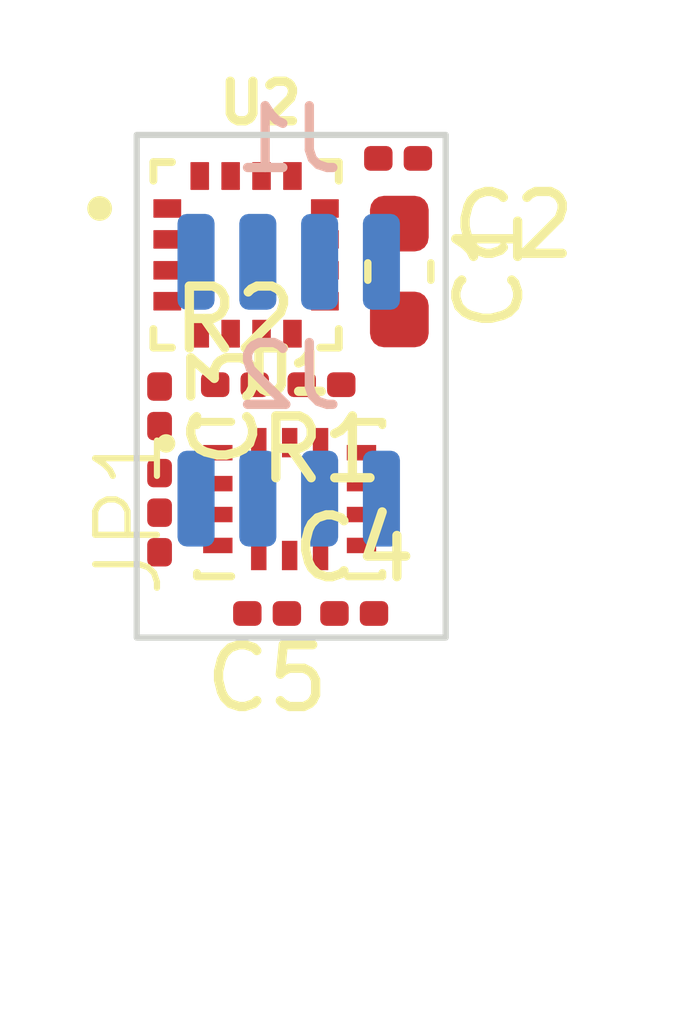
<source format=kicad_pcb>
(kicad_pcb (version 20221018) (generator pcbnew)
  (layers (0 "F.Cu" signal) (31 "B.Cu" signal) (34 "B.Paste" user) (35 "F.Paste" user) (36 "B.SilkS" user "B.Silkscreen") (37 "F.SilkS" user "F.Silkscreen") (38 "B.Mask" user) (39 "F.Mask" user) (44 "Edge.Cuts" user))
  (net 0 "")
  (net 1 "Net-(U2-C1)")
  (net 2 "GND")
  (net 3 "Net-(U2-SETP)")
  (net 4 "Net-(U2-SETC)")
  (net 5 "+3.3V")
  (net 6 "SDA")
  (net 7 "SCL")
  (net 8 "Net-(JP1-C)")
  (net 9 "ASDX")
  (net 10 "ASCX")
  (footprint "Capacitor_SMD:C_0201_0603Metric" (layer "F.Cu") (at 128.64 88.7)
    (fp_text reference "C4" (at 0 -1.05) (layer "F.SilkS"))
    (fp_text value "100n")
    (pad "1" smd roundrect (at -0.32 0) (size 0.46 0.4) (layers "F.Cu" "F.Mask") (net 2 "GND"))
    (pad "2" smd roundrect (at 0.32 0) (size 0.46 0.4) (layers "F.Cu" "F.Mask") (net 5 "+3.3V"))
  )
  (footprint "footprints:XDCR_HMC5883L-TR" (layer "F.Cu") (at 126.89 82.9)
    (fp_text reference "U2" (at 0.232 -2.4564) (layer "F.SilkS") (effects (font (size 0.64 0.64))))
    (fp_text value "QMC5883L")
    (fp_line (start -1.5 -1.5) (end -1.2 -1.5) (stroke (width 0.127)) (layer "F.SilkS"))
    (fp_line (start -1.5 -1.2) (end -1.5 -1.5) (stroke (width 0.127)) (layer "F.SilkS"))
    (fp_line (start -1.5 1.5) (end -1.5 1.2) (stroke (width 0.127)) (layer "F.SilkS"))
    (fp_line (start -1.2 1.5) (end -1.5 1.5) (stroke (width 0.127)) (layer "F.SilkS"))
    (fp_line (start 1.2 -1.5) (end 1.5 -1.5) (stroke (width 0.127)) (layer "F.SilkS"))
    (fp_line (start 1.5 -1.5) (end 1.5 -1.2) (stroke (width 0.127)) (layer "F.SilkS"))
    (fp_line (start 1.5 1.2) (end 1.5 1.5) (stroke (width 0.127)) (layer "F.SilkS"))
    (fp_line (start 1.5 1.5) (end 1.2 1.5) (stroke (width 0.127)) (layer "F.SilkS"))
    (fp_circle (center -2.37 -0.75) (end -2.27 -0.75) (stroke (width 0.2)) (fill none) (layer "F.SilkS"))
    (pad "1" smd roundrect (at -1.275 -0.75) (size 0.45 0.3) (layers "F.Cu" "F.Paste" "F.Mask") (roundrect_rratio 0.03) (net 10 "ASCX"))
    (pad "2" smd roundrect (at -1.275 -0.25) (size 0.45 0.3) (layers "F.Cu" "F.Paste" "F.Mask") (roundrect_rratio 0.03) (net 5 "+3.3V"))
    (pad "3" smd roundrect (at -1.275 0.25) (size 0.45 0.3) (layers "F.Cu" "F.Paste" "F.Mask") (roundrect_rratio 0.03))
    (pad "4" smd roundrect (at -1.275 0.75) (size 0.45 0.3) (layers "F.Cu" "F.Paste" "F.Mask") (roundrect_rratio 0.03) (net 5 "+3.3V"))
    (pad "5" smd roundrect (at -0.75 1.275 90) (size 0.45 0.3) (layers "F.Cu" "F.Paste" "F.Mask") (roundrect_rratio 0.03))
    (pad "6" smd roundrect (at -0.25 1.275 90) (size 0.45 0.3) (layers "F.Cu" "F.Paste" "F.Mask") (roundrect_rratio 0.03))
    (pad "7" smd roundrect (at 0.25 1.275 90) (size 0.45 0.3) (layers "F.Cu" "F.Paste" "F.Mask") (roundrect_rratio 0.03))
    (pad "8" smd roundrect (at 0.75 1.275 90) (size 0.45 0.3) (layers "F.Cu" "F.Paste" "F.Mask") (roundrect_rratio 0.03) (net 3 "Net-(U2-SETP)"))
    (pad "9" smd roundrect (at 1.275 0.75) (size 0.45 0.3) (layers "F.Cu" "F.Paste" "F.Mask") (roundrect_rratio 0.03) (net 2 "GND"))
    (pad "10" smd roundrect (at 1.275 0.25) (size 0.45 0.3) (layers "F.Cu" "F.Paste" "F.Mask") (roundrect_rratio 0.03) (net 1 "Net-(U2-C1)"))
    (pad "11" smd roundrect (at 1.275 -0.25) (size 0.45 0.3) (layers "F.Cu" "F.Paste" "F.Mask") (roundrect_rratio 0.03) (net 2 "GND"))
    (pad "12" smd roundrect (at 1.275 -0.75) (size 0.45 0.3) (layers "F.Cu" "F.Paste" "F.Mask") (roundrect_rratio 0.03) (net 4 "Net-(U2-SETC)"))
    (pad "13" smd roundrect (at 0.75 -1.275 90) (size 0.45 0.3) (layers "F.Cu" "F.Paste" "F.Mask") (roundrect_rratio 0.03) (net 5 "+3.3V"))
    (pad "14" smd roundrect (at 0.25 -1.275 90) (size 0.45 0.3) (layers "F.Cu" "F.Paste" "F.Mask") (roundrect_rratio 0.03))
    (pad "15" smd roundrect (at -0.25 -1.275 90) (size 0.45 0.3) (layers "F.Cu" "F.Paste" "F.Mask") (roundrect_rratio 0.03))
    (pad "16" smd roundrect (at -0.75 -1.275 90) (size 0.45 0.3) (layers "F.Cu" "F.Paste" "F.Mask") (roundrect_rratio 0.03) (net 9 "ASDX"))
  )
  (footprint "Resistor_SMD:R_0201_0603Metric" (layer "F.Cu") (at 128.11 85 180)
    (fp_text reference "R1" (at 0 -1.05) (layer "F.SilkS"))
    (fp_text value "2k2")
    (pad "1" smd roundrect (at -0.32 0 180) (size 0.46 0.4) (layers "F.Cu" "F.Mask") (net 5 "+3.3V"))
    (pad "2" smd roundrect (at 0.32 0 180) (size 0.46 0.4) (layers "F.Cu" "F.Mask") (net 7 "SCL"))
  )
  (footprint "Resistor_SMD:R_0201_0603Metric" (layer "F.Cu") (at 126.71 85)
    (fp_text reference "R2" (at 0 -1.05) (layer "F.SilkS"))
    (fp_text value "2k2")
    (pad "1" smd roundrect (at -0.32 0) (size 0.46 0.4) (layers "F.Cu" "F.Mask") (net 5 "+3.3V"))
    (pad "2" smd roundrect (at 0.32 0) (size 0.46 0.4) (layers "F.Cu" "F.Mask") (net 6 "SDA"))
  )
  (footprint "Capacitor_SMD:C_0603_1608Metric" (layer "F.Cu") (at 129.37 83.17 90)
    (fp_text reference "C1" (at 0.03 1.46 90) (layer "F.SilkS"))
    (fp_text value "4.7u")
    (fp_line (start -0.14058 -0.51) (end 0.14058 -0.51) (stroke (width 0.12)) (layer "F.SilkS"))
    (fp_line (start -0.14058 0.51) (end 0.14058 0.51) (stroke (width 0.12)) (layer "F.SilkS"))
    (pad "1" smd roundrect (at -0.775 0 90) (size 0.9 0.95) (layers "F.Cu" "F.Paste" "F.Mask") (net 1 "Net-(U2-C1)"))
    (pad "2" smd roundrect (at 0.775 0 90) (size 0.9 0.95) (layers "F.Cu" "F.Paste" "F.Mask") (net 2 "GND"))
  )
  (footprint "Capacitor_SMD:C_0201_0603Metric" (layer "F.Cu") (at 129.35 81.34 180)
    (fp_text reference "C2" (at -1.87 -1.08) (layer "F.SilkS"))
    (fp_text value "220n")
    (pad "1" smd roundrect (at -0.32 0 180) (size 0.46 0.4) (layers "F.Cu" "F.Mask") (net 3 "Net-(U2-SETP)"))
    (pad "2" smd roundrect (at 0.32 0 180) (size 0.46 0.4) (layers "F.Cu" "F.Mask") (net 4 "Net-(U2-SETC)"))
  )
  (footprint "footprints:Micro_Solder_Jumper" (layer "F.Cu") (at 125.49 87.07 90)
    (fp_text reference "JP1" (at 0 -0.5 90 unlocked) (layer "F.SilkS") (effects (font (thickness 0.1))))
    (fp_text value "SolderJumper_3_Open")
    (pad "1" smd roundrect (at -0.64 0 90) (size 0.46 0.4) (layers "F.Cu" "F.Mask") (net 2 "GND"))
    (pad "2" smd roundrect (at 0 0 90) (size 0.46 0.4) (layers "F.Cu" "F.Mask") (net 8 "Net-(JP1-C)"))
    (pad "3" smd roundrect (at 0.64 0 90) (size 0.46 0.4) (layers "F.Cu" "F.Mask") (net 5 "+3.3V"))
  )
  (footprint "Capacitor_SMD:C_0201_0603Metric" (layer "F.Cu") (at 127.23 88.7 180)
    (fp_text reference "C5" (at 0 -1.05) (layer "F.SilkS"))
    (fp_text value "100n")
    (pad "1" smd roundrect (at -0.32 0 180) (size 0.46 0.4) (layers "F.Cu" "F.Mask") (net 2 "GND"))
    (pad "2" smd roundrect (at 0.32 0 180) (size 0.46 0.4) (layers "F.Cu" "F.Mask") (net 5 "+3.3V"))
  )
  (footprint "footprints:XDCR_BMI270" (layer "F.Cu") (at 127.595 86.85)
    (fp_text reference "U1" (at -0.008 -2.0314) (layer "F.SilkS") (effects (font (size 0.64 0.64))))
    (fp_text value "BMI270")
    (fp_line (start -1.5 -1.25) (end -1.5 -1.195) (stroke (width 0.127)) (layer "F.SilkS"))
    (fp_line (start -1.5 -1.25) (end -0.945 -1.25) (stroke (width 0.127)) (layer "F.SilkS"))
    (fp_line (start -1.5 1.195) (end -1.5 1.25) (stroke (width 0.127)) (layer "F.SilkS"))
    (fp_line (start -1.5 1.25) (end -0.945 1.25) (stroke (width 0.127)) (layer "F.SilkS"))
    (fp_line (start 0.945 -1.25) (end 1.5 -1.25) (stroke (width 0.127)) (layer "F.SilkS"))
    (fp_line (start 0.945 1.25) (end 1.5 1.25) (stroke (width 0.127)) (layer "F.SilkS"))
    (fp_line (start 1.5 -1.25) (end 1.5 -1.195) (stroke (width 0.127)) (layer "F.SilkS"))
    (fp_line (start 1.5 1.195) (end 1.5 1.25) (stroke (width 0.127)) (layer "F.SilkS"))
    (fp_circle (center -2 -0.9) (end -1.925 -0.9) (stroke (width 0.15)) (fill none) (layer "F.SilkS"))
    (pad "1" smd rect (at -1.1625 -0.75) (size 0.475 0.25) (layers "F.Cu" "F.Paste" "F.Mask") (net 8 "Net-(JP1-C)"))
    (pad "2" smd rect (at -1.1625 -0.25) (size 0.475 0.25) (layers "F.Cu" "F.Paste" "F.Mask") (net 9 "ASDX"))
    (pad "3" smd rect (at -1.1625 0.25) (size 0.475 0.25) (layers "F.Cu" "F.Paste" "F.Mask") (net 10 "ASCX"))
    (pad "4" smd rect (at -1.1625 0.75) (size 0.475 0.25) (layers "F.Cu" "F.Paste" "F.Mask"))
    (pad "5" smd rect (at -0.5 0.9125 90) (size 0.475 0.25) (layers "F.Cu" "F.Paste" "F.Mask") (net 5 "+3.3V"))
    (pad "6" smd rect (at 0 0.9125 90) (size 0.475 0.25) (layers "F.Cu" "F.Paste" "F.Mask") (net 2 "GND"))
    (pad "7" smd rect (at 0.5 0.9125 90) (size 0.475 0.25) (layers "F.Cu" "F.Paste" "F.Mask") (net 2 "GND"))
    (pad "8" smd rect (at 1.1625 0.75) (size 0.475 0.25) (layers "F.Cu" "F.Paste" "F.Mask") (net 5 "+3.3V"))
    (pad "9" smd rect (at 1.1625 0.25) (size 0.475 0.25) (layers "F.Cu" "F.Paste" "F.Mask"))
    (pad "10" smd rect (at 1.1625 -0.25) (size 0.475 0.25) (layers "F.Cu" "F.Paste" "F.Mask"))
    (pad "11" smd rect (at 1.1625 -0.75) (size 0.475 0.25) (layers "F.Cu" "F.Paste" "F.Mask"))
    (pad "12" smd rect (at 0.5 -0.9125 90) (size 0.475 0.25) (layers "F.Cu" "F.Paste" "F.Mask") (net 5 "+3.3V"))
    (pad "13" smd rect (at 0 -0.9125 90) (size 0.475 0.25) (layers "F.Cu" "F.Paste" "F.Mask") (net 7 "SCL"))
    (pad "14" smd rect (at -0.5 -0.9125 90) (size 0.475 0.25) (layers "F.Cu" "F.Paste" "F.Mask") (net 6 "SDA"))
  )
  (footprint "Capacitor_SMD:C_0201_0603Metric" (layer "F.Cu") (at 125.49 85.35 -90)
    (fp_text reference "C3" (at 0 -1.05 90) (layer "F.SilkS"))
    (fp_text value "100n")
    (pad "1" smd roundrect (at -0.32 0 270) (size 0.46 0.4) (layers "F.Cu" "F.Mask") (net 2 "GND"))
    (pad "2" smd roundrect (at 0.32 0 270) (size 0.46 0.4) (layers "F.Cu" "F.Mask") (net 5 "+3.3V"))
  )
  (footprint "footprints:JST_SH_SM04B-SRSS-TB_1x04-1MP_P1.00mm_Horizontal_Only_Wire_Pads" (layer "B.Cu") (at 127.572697 86.132361 180)
    (fp_text reference "J2" (at -0.007303 1.269721) (layer "B.SilkS") (effects (justify mirror)))
    (fp_text value "Conn_01x04")
    (pad "1" smd roundrect (at -1.507303 -0.710279 180) (size 0.6 1.55) (layers "B.Cu" "B.Paste" "B.Mask") (net 2 "GND"))
    (pad "2" smd roundrect (at -0.507303 -0.710279 180) (size 0.6 1.55) (layers "B.Cu" "B.Paste" "B.Mask") (net 6 "SDA"))
    (pad "3" smd roundrect (at 0.492697 -0.710279 180) (size 0.6 1.55) (layers "B.Cu" "B.Paste" "B.Mask") (net 7 "SCL"))
    (pad "4" smd roundrect (at 1.492697 -0.710279 180) (size 0.6 1.55) (layers "B.Cu" "B.Paste" "B.Mask") (net 5 "+3.3V"))
  )
  (footprint "footprints:JST_SH_SM04B-SRSS-TB_1x04-1MP_P1.00mm_Horizontal_Only_Wire_Pads" (layer "B.Cu") (at 127.572697 82.302361 180)
    (fp_text reference "J1" (at -0.007303 1.269721) (layer "B.SilkS") (effects (justify mirror)))
    (fp_text value "Conn_01x04")
    (pad "1" smd roundrect (at -1.507303 -0.710279 180) (size 0.6 1.55) (layers "B.Cu" "B.Paste" "B.Mask") (net 2 "GND"))
    (pad "2" smd roundrect (at -0.507303 -0.710279 180) (size 0.6 1.55) (layers "B.Cu" "B.Paste" "B.Mask") (net 6 "SDA"))
    (pad "3" smd roundrect (at 0.492697 -0.710279 180) (size 0.6 1.55) (layers "B.Cu" "B.Paste" "B.Mask") (net 7 "SCL"))
    (pad "4" smd roundrect (at 1.492697 -0.710279 180) (size 0.6 1.55) (layers "B.Cu" "B.Paste" "B.Mask") (net 5 "+3.3V"))
  )
  (gr_rect (start 125.12 80.96) (end 130.12 89.09) (stroke (width 0.1)) (fill none) (layer "Edge.Cuts"))
)
</source>
